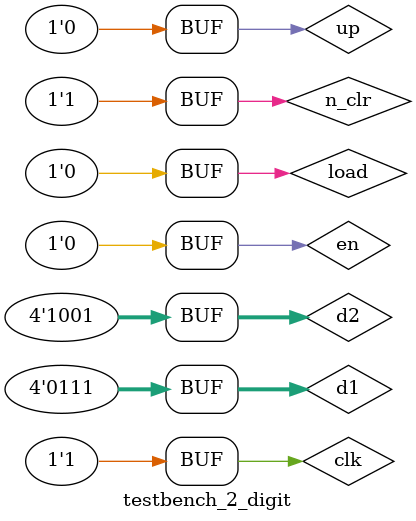
<source format=v>
`timescale 1ns / 1ps

module testbench_2_digit;
    reg [3:0] d1, d2;
    wire [3:0] q1, q2;
    
    reg en, load, up, clk, n_clr;
    wire co;
    bcd_2_digit dut(
        .d1(d1), 
        .d2(d2),
        .enable(en),
        .load(load),
        .up(up),
        .clk(clk),
        .n_clr(n_clr),
        .q1(q1),
        .q2(q2),
        .co(co)
    );
    
    
    initial begin
        $display("2 digit test bench 1 start");
        // reset
        #100;
        #5 n_clr = 1;
        #5 n_clr = 0;
        #5 n_clr = 1;
        
        if(q1 != 0 || q2 != 0 || co != 0)
            $display("reset failed");
        
        en = 1;
        load = 1;
        d1 = 7;
        d2 = 9;
        
        #10 clk = 0;
        #10 clk = 1;
        if(q1 != 7 || q2 != 9 || co != 0)
            $display("load failed");
        
        load = 0;
        up = 1;
        // increment 3 times
        #10 clk = 0;
        #10 clk = 1;
        if(q1 != 8 || q2 != 9 || co != 0)
            $display("inc 1 failed");
        #10 clk = 0;
        #10 clk = 1;
        if(q1 != 9 || q2 != 9 || co != 0)
            $display("inc 2 failed");
        #10 clk = 0;
        #10 clk = 1;
        if(q1 != 9 || q2 != 9 || co != 1)
            $display("inc 3 failed (the one where it stays at 99)");
            
        up = 0;
        // decrement 4 times
        #10 clk = 0;
        #10 clk = 1;
        if(q1 != 8 || q2 != 9 || co != 0)
            $display("dec 1 failed");
        #10 clk = 0;
        #10 clk = 1;
        if(q1 != 7 || q2 != 9 || co != 0)
            $display("dec 2 failed");
        #10 clk = 0;
        #10 clk = 1;
        if(q1 != 6 || q2 != 9 || co != 0)
            $display("dec 3 failed)");
        
        #10 clk = 0;
        #10 clk = 1;
        if(q1 != 5 || q2 != 9 || co != 0)
            $display("dec 4 failed)");
        
        en = 0;
        // do nothing for 2 clocks
        repeat (2) begin
            #10 clk = 0;
            #10 clk = 1;
            if(q1 != 5 || q2 != 9 || co != 0)
                $display("do nothing failed");
            else
                $display("do nothing good");
        end
        $display("2 digit test bench 1 over");
    end
endmodule

</source>
